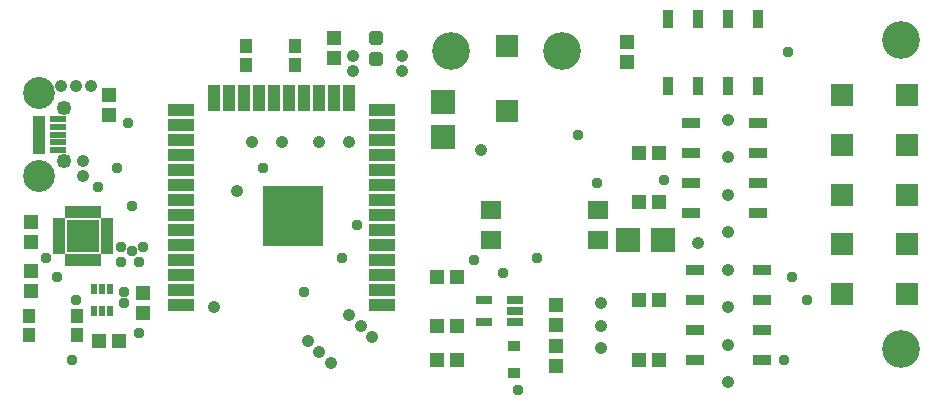
<source format=gbr>
G04 EAGLE Gerber RS-274X export*
G75*
%MOMM*%
%FSLAX34Y34*%
%LPD*%
%INSoldermask Top*%
%IPPOS*%
%AMOC8*
5,1,8,0,0,1.08239X$1,22.5*%
G01*
%ADD10R,1.883200X1.883200*%
%ADD11C,3.203200*%
%ADD12R,1.303200X1.203200*%
%ADD13R,1.203200X1.303200*%
%ADD14R,1.033200X0.833200*%
%ADD15C,0.505344*%
%ADD16R,2.203200X1.103200*%
%ADD17R,1.103200X2.203200*%
%ADD18R,5.203200X5.203200*%
%ADD19R,1.353200X0.603200*%
%ADD20C,2.703200*%
%ADD21R,1.103200X3.203200*%
%ADD22C,1.253200*%
%ADD23R,0.503200X0.863200*%
%ADD24R,2.003200X2.003200*%
%ADD25R,1.103200X1.203200*%
%ADD26R,1.703200X1.503200*%
%ADD27R,1.403200X0.753200*%
%ADD28R,0.503200X1.053200*%
%ADD29R,1.053200X0.503200*%
%ADD30R,2.753200X2.753200*%
%ADD31R,1.553200X0.853200*%
%ADD32R,0.853200X1.553200*%
%ADD33C,0.959600*%
%ADD34C,1.059600*%


D10*
X425450Y255075D03*
X425450Y310075D03*
D11*
X472450Y305475D03*
X378450Y305475D03*
D10*
X709100Y100150D03*
X709100Y142150D03*
X709100Y184150D03*
X709100Y226150D03*
X709100Y268150D03*
X764100Y226150D03*
X764100Y268150D03*
X764100Y184150D03*
X764100Y142150D03*
X764100Y100150D03*
D11*
X759500Y53150D03*
X759500Y315150D03*
D12*
X383150Y44450D03*
X366150Y44450D03*
X383150Y73025D03*
X366150Y73025D03*
D13*
X466725Y56125D03*
X466725Y39125D03*
D14*
X431800Y55950D03*
X431800Y32950D03*
D15*
X317815Y302695D02*
X310835Y302695D01*
X317815Y302695D02*
X317815Y295715D01*
X310835Y295715D01*
X310835Y302695D01*
X310835Y300515D02*
X317815Y300515D01*
X317815Y320235D02*
X310835Y320235D01*
X317815Y320235D02*
X317815Y313255D01*
X310835Y313255D01*
X310835Y320235D01*
X310835Y318055D02*
X317815Y318055D01*
D16*
X319625Y90950D03*
X319625Y103650D03*
X319625Y116350D03*
X319625Y129050D03*
X319625Y141750D03*
X319625Y154450D03*
X319625Y167150D03*
X319625Y179850D03*
X319625Y192550D03*
X319625Y205250D03*
X319625Y217950D03*
X319625Y230650D03*
X319625Y243350D03*
X319625Y256050D03*
D17*
X291775Y266050D03*
X279075Y266050D03*
X266375Y266050D03*
X253675Y266050D03*
X240975Y266050D03*
X228275Y266050D03*
X215575Y266050D03*
X202875Y266050D03*
X190175Y266050D03*
X177475Y266050D03*
D16*
X149625Y256050D03*
X149625Y243350D03*
X149625Y230650D03*
X149625Y217950D03*
X149625Y205250D03*
X149625Y192550D03*
X149625Y179850D03*
X149625Y167150D03*
X149625Y154450D03*
X149625Y141750D03*
X149625Y129050D03*
X149625Y116350D03*
X149625Y103650D03*
X149625Y90950D03*
D18*
X244625Y165950D03*
D19*
X45050Y234950D03*
X45050Y228450D03*
X45050Y241450D03*
X45050Y247950D03*
X45050Y221950D03*
D20*
X29300Y269950D03*
X29300Y199950D03*
D21*
X29300Y234950D03*
D22*
X50800Y257200D03*
X50800Y212700D03*
D23*
X76050Y86050D03*
X82550Y104450D03*
X89050Y104450D03*
X76050Y104450D03*
X82550Y86050D03*
X89050Y86050D03*
D13*
X22225Y143900D03*
X22225Y160900D03*
X117475Y100575D03*
X117475Y83575D03*
D12*
X80400Y60325D03*
X97400Y60325D03*
D13*
X22225Y102625D03*
X22225Y119625D03*
D12*
X383150Y114300D03*
X366150Y114300D03*
D13*
X279400Y299475D03*
X279400Y316475D03*
D24*
X527935Y146050D03*
X557915Y146050D03*
D13*
X88900Y268850D03*
X88900Y251850D03*
X466725Y74050D03*
X466725Y91050D03*
D25*
X61775Y81025D03*
X61775Y65025D03*
X20775Y65025D03*
X20775Y81025D03*
X245925Y309625D03*
X245925Y293625D03*
X204925Y293625D03*
X204925Y309625D03*
D26*
X502200Y146050D03*
X502200Y171450D03*
X412200Y171450D03*
X412200Y146050D03*
D27*
X432101Y76225D03*
X432101Y85725D03*
X432101Y95225D03*
X406099Y95225D03*
X406099Y76225D03*
D28*
X79175Y128725D03*
X74175Y128725D03*
X69175Y128725D03*
X64175Y128725D03*
X59175Y128725D03*
X54175Y128725D03*
D29*
X46175Y136725D03*
X46175Y141725D03*
X46175Y146725D03*
X46175Y151725D03*
X46175Y156725D03*
X46175Y161725D03*
X87175Y161725D03*
X87175Y156725D03*
X87175Y151725D03*
X87175Y146725D03*
X87175Y141725D03*
X87175Y136725D03*
D28*
X54175Y169725D03*
X59175Y169725D03*
X64175Y169725D03*
X69175Y169725D03*
X74175Y169725D03*
X79175Y169725D03*
D30*
X66675Y149225D03*
D31*
X581350Y244475D03*
X581350Y219075D03*
X581350Y193675D03*
X581350Y168275D03*
X637850Y168275D03*
X637850Y193675D03*
X637850Y219075D03*
X637850Y244475D03*
D12*
X537600Y219075D03*
X554600Y219075D03*
X537600Y177800D03*
X554600Y177800D03*
D31*
X584525Y120650D03*
X584525Y95250D03*
X584525Y69850D03*
X584525Y44450D03*
X641025Y44450D03*
X641025Y69850D03*
X641025Y95250D03*
X641025Y120650D03*
D12*
X537600Y95250D03*
X554600Y95250D03*
X537600Y44450D03*
X554600Y44450D03*
D32*
X561975Y276550D03*
X587375Y276550D03*
X612775Y276550D03*
X638175Y276550D03*
X638175Y333050D03*
X612775Y333050D03*
X587375Y333050D03*
X561975Y333050D03*
D13*
X527050Y296300D03*
X527050Y313300D03*
D24*
X371475Y232660D03*
X371475Y262640D03*
D33*
X254000Y101600D03*
X95250Y206375D03*
X34925Y130175D03*
X98425Y139700D03*
X107950Y136525D03*
D34*
X47625Y276225D03*
X60325Y276225D03*
X73025Y276225D03*
X295275Y301625D03*
X295275Y288925D03*
X336550Y301625D03*
X336550Y288925D03*
X257175Y60325D03*
X266700Y50800D03*
X276225Y41275D03*
X292100Y82550D03*
X301625Y73025D03*
X311150Y63500D03*
X209550Y228600D03*
X234950Y228600D03*
X266700Y228600D03*
X292100Y228600D03*
X504825Y92075D03*
X504825Y73025D03*
X504825Y53975D03*
X66675Y212725D03*
X66675Y200025D03*
X196850Y187325D03*
X177800Y88900D03*
X612775Y25400D03*
X612775Y57150D03*
X612775Y88900D03*
X612775Y120650D03*
X612775Y152400D03*
X612775Y184150D03*
X612775Y215900D03*
X612775Y247650D03*
D33*
X98425Y127000D03*
X101600Y101600D03*
X104775Y244475D03*
X79375Y190500D03*
X434975Y19050D03*
X107950Y174625D03*
X117475Y139700D03*
X44450Y114300D03*
X57150Y44450D03*
X114300Y66675D03*
X60325Y95250D03*
X114300Y127000D03*
X101600Y92075D03*
X485775Y234950D03*
X558800Y196850D03*
X450850Y130175D03*
X298450Y158750D03*
X422275Y117475D03*
X285750Y130175D03*
X663575Y304800D03*
X660400Y44450D03*
X679450Y95250D03*
X666750Y114300D03*
X219075Y206375D03*
X397950Y129100D03*
X501650Y193675D03*
D34*
X587375Y142875D03*
X403225Y222250D03*
M02*

</source>
